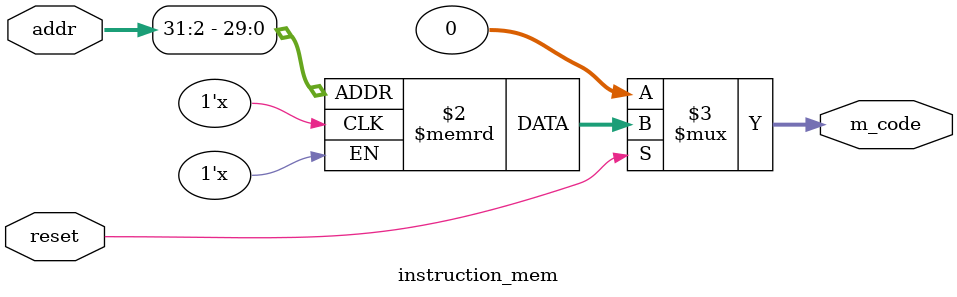
<source format=sv>
`timescale 1ns / 1ps


module instruction_mem(
    input [31:0] addr,
    output [31:0] m_code,
    input reset
    );
    
    reg [31:0] immem_block [1023:0];
    assign m_code = (reset == 1'b0) ? 32'h00000000 : immem_block[addr[31:2]];
    
endmodule 


</source>
